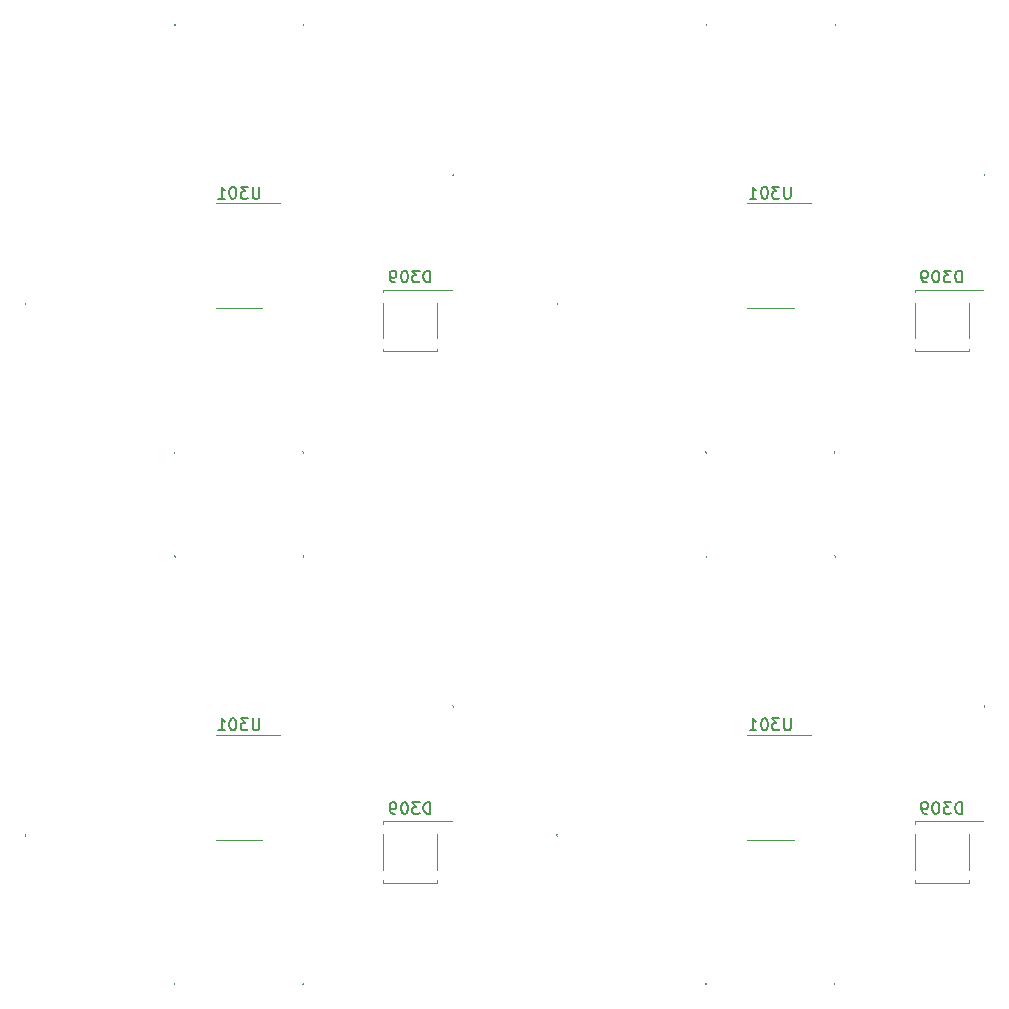
<source format=gbr>
%TF.GenerationSoftware,KiCad,Pcbnew,7.0.1*%
%TF.CreationDate,2023-09-10T14:17:04+09:00*%
%TF.ProjectId,logic_block,6c6f6769-635f-4626-9c6f-636b2e6b6963,rev?*%
%TF.SameCoordinates,Original*%
%TF.FileFunction,Legend,Bot*%
%TF.FilePolarity,Positive*%
%FSLAX46Y46*%
G04 Gerber Fmt 4.6, Leading zero omitted, Abs format (unit mm)*
G04 Created by KiCad (PCBNEW 7.0.1) date 2023-09-10 14:17:04*
%MOMM*%
%LPD*%
G01*
G04 APERTURE LIST*
%ADD10C,0.150000*%
%ADD11C,0.100000*%
%ADD12C,0.120000*%
G04 APERTURE END LIST*
D10*
%TO.C,D309*%
X175465475Y-71302619D02*
X175465475Y-70302619D01*
X175465475Y-70302619D02*
X175227380Y-70302619D01*
X175227380Y-70302619D02*
X175084523Y-70350238D01*
X175084523Y-70350238D02*
X174989285Y-70445476D01*
X174989285Y-70445476D02*
X174941666Y-70540714D01*
X174941666Y-70540714D02*
X174894047Y-70731190D01*
X174894047Y-70731190D02*
X174894047Y-70874047D01*
X174894047Y-70874047D02*
X174941666Y-71064523D01*
X174941666Y-71064523D02*
X174989285Y-71159761D01*
X174989285Y-71159761D02*
X175084523Y-71255000D01*
X175084523Y-71255000D02*
X175227380Y-71302619D01*
X175227380Y-71302619D02*
X175465475Y-71302619D01*
X174560713Y-70302619D02*
X173941666Y-70302619D01*
X173941666Y-70302619D02*
X174274999Y-70683571D01*
X174274999Y-70683571D02*
X174132142Y-70683571D01*
X174132142Y-70683571D02*
X174036904Y-70731190D01*
X174036904Y-70731190D02*
X173989285Y-70778809D01*
X173989285Y-70778809D02*
X173941666Y-70874047D01*
X173941666Y-70874047D02*
X173941666Y-71112142D01*
X173941666Y-71112142D02*
X173989285Y-71207380D01*
X173989285Y-71207380D02*
X174036904Y-71255000D01*
X174036904Y-71255000D02*
X174132142Y-71302619D01*
X174132142Y-71302619D02*
X174417856Y-71302619D01*
X174417856Y-71302619D02*
X174513094Y-71255000D01*
X174513094Y-71255000D02*
X174560713Y-71207380D01*
X173322618Y-70302619D02*
X173227380Y-70302619D01*
X173227380Y-70302619D02*
X173132142Y-70350238D01*
X173132142Y-70350238D02*
X173084523Y-70397857D01*
X173084523Y-70397857D02*
X173036904Y-70493095D01*
X173036904Y-70493095D02*
X172989285Y-70683571D01*
X172989285Y-70683571D02*
X172989285Y-70921666D01*
X172989285Y-70921666D02*
X173036904Y-71112142D01*
X173036904Y-71112142D02*
X173084523Y-71207380D01*
X173084523Y-71207380D02*
X173132142Y-71255000D01*
X173132142Y-71255000D02*
X173227380Y-71302619D01*
X173227380Y-71302619D02*
X173322618Y-71302619D01*
X173322618Y-71302619D02*
X173417856Y-71255000D01*
X173417856Y-71255000D02*
X173465475Y-71207380D01*
X173465475Y-71207380D02*
X173513094Y-71112142D01*
X173513094Y-71112142D02*
X173560713Y-70921666D01*
X173560713Y-70921666D02*
X173560713Y-70683571D01*
X173560713Y-70683571D02*
X173513094Y-70493095D01*
X173513094Y-70493095D02*
X173465475Y-70397857D01*
X173465475Y-70397857D02*
X173417856Y-70350238D01*
X173417856Y-70350238D02*
X173322618Y-70302619D01*
X172513094Y-71302619D02*
X172322618Y-71302619D01*
X172322618Y-71302619D02*
X172227380Y-71255000D01*
X172227380Y-71255000D02*
X172179761Y-71207380D01*
X172179761Y-71207380D02*
X172084523Y-71064523D01*
X172084523Y-71064523D02*
X172036904Y-70874047D01*
X172036904Y-70874047D02*
X172036904Y-70493095D01*
X172036904Y-70493095D02*
X172084523Y-70397857D01*
X172084523Y-70397857D02*
X172132142Y-70350238D01*
X172132142Y-70350238D02*
X172227380Y-70302619D01*
X172227380Y-70302619D02*
X172417856Y-70302619D01*
X172417856Y-70302619D02*
X172513094Y-70350238D01*
X172513094Y-70350238D02*
X172560713Y-70397857D01*
X172560713Y-70397857D02*
X172608332Y-70493095D01*
X172608332Y-70493095D02*
X172608332Y-70731190D01*
X172608332Y-70731190D02*
X172560713Y-70826428D01*
X172560713Y-70826428D02*
X172513094Y-70874047D01*
X172513094Y-70874047D02*
X172417856Y-70921666D01*
X172417856Y-70921666D02*
X172227380Y-70921666D01*
X172227380Y-70921666D02*
X172132142Y-70874047D01*
X172132142Y-70874047D02*
X172084523Y-70826428D01*
X172084523Y-70826428D02*
X172036904Y-70731190D01*
%TO.C,U301*%
X160989285Y-63222619D02*
X160989285Y-64032142D01*
X160989285Y-64032142D02*
X160941666Y-64127380D01*
X160941666Y-64127380D02*
X160894047Y-64175000D01*
X160894047Y-64175000D02*
X160798809Y-64222619D01*
X160798809Y-64222619D02*
X160608333Y-64222619D01*
X160608333Y-64222619D02*
X160513095Y-64175000D01*
X160513095Y-64175000D02*
X160465476Y-64127380D01*
X160465476Y-64127380D02*
X160417857Y-64032142D01*
X160417857Y-64032142D02*
X160417857Y-63222619D01*
X160036904Y-63222619D02*
X159417857Y-63222619D01*
X159417857Y-63222619D02*
X159751190Y-63603571D01*
X159751190Y-63603571D02*
X159608333Y-63603571D01*
X159608333Y-63603571D02*
X159513095Y-63651190D01*
X159513095Y-63651190D02*
X159465476Y-63698809D01*
X159465476Y-63698809D02*
X159417857Y-63794047D01*
X159417857Y-63794047D02*
X159417857Y-64032142D01*
X159417857Y-64032142D02*
X159465476Y-64127380D01*
X159465476Y-64127380D02*
X159513095Y-64175000D01*
X159513095Y-64175000D02*
X159608333Y-64222619D01*
X159608333Y-64222619D02*
X159894047Y-64222619D01*
X159894047Y-64222619D02*
X159989285Y-64175000D01*
X159989285Y-64175000D02*
X160036904Y-64127380D01*
X158798809Y-63222619D02*
X158703571Y-63222619D01*
X158703571Y-63222619D02*
X158608333Y-63270238D01*
X158608333Y-63270238D02*
X158560714Y-63317857D01*
X158560714Y-63317857D02*
X158513095Y-63413095D01*
X158513095Y-63413095D02*
X158465476Y-63603571D01*
X158465476Y-63603571D02*
X158465476Y-63841666D01*
X158465476Y-63841666D02*
X158513095Y-64032142D01*
X158513095Y-64032142D02*
X158560714Y-64127380D01*
X158560714Y-64127380D02*
X158608333Y-64175000D01*
X158608333Y-64175000D02*
X158703571Y-64222619D01*
X158703571Y-64222619D02*
X158798809Y-64222619D01*
X158798809Y-64222619D02*
X158894047Y-64175000D01*
X158894047Y-64175000D02*
X158941666Y-64127380D01*
X158941666Y-64127380D02*
X158989285Y-64032142D01*
X158989285Y-64032142D02*
X159036904Y-63841666D01*
X159036904Y-63841666D02*
X159036904Y-63603571D01*
X159036904Y-63603571D02*
X158989285Y-63413095D01*
X158989285Y-63413095D02*
X158941666Y-63317857D01*
X158941666Y-63317857D02*
X158894047Y-63270238D01*
X158894047Y-63270238D02*
X158798809Y-63222619D01*
X157513095Y-64222619D02*
X158084523Y-64222619D01*
X157798809Y-64222619D02*
X157798809Y-63222619D01*
X157798809Y-63222619D02*
X157894047Y-63365476D01*
X157894047Y-63365476D02*
X157989285Y-63460714D01*
X157989285Y-63460714D02*
X158084523Y-63508333D01*
%TO.C,D309*%
X175465475Y-116302619D02*
X175465475Y-115302619D01*
X175465475Y-115302619D02*
X175227380Y-115302619D01*
X175227380Y-115302619D02*
X175084523Y-115350238D01*
X175084523Y-115350238D02*
X174989285Y-115445476D01*
X174989285Y-115445476D02*
X174941666Y-115540714D01*
X174941666Y-115540714D02*
X174894047Y-115731190D01*
X174894047Y-115731190D02*
X174894047Y-115874047D01*
X174894047Y-115874047D02*
X174941666Y-116064523D01*
X174941666Y-116064523D02*
X174989285Y-116159761D01*
X174989285Y-116159761D02*
X175084523Y-116255000D01*
X175084523Y-116255000D02*
X175227380Y-116302619D01*
X175227380Y-116302619D02*
X175465475Y-116302619D01*
X174560713Y-115302619D02*
X173941666Y-115302619D01*
X173941666Y-115302619D02*
X174274999Y-115683571D01*
X174274999Y-115683571D02*
X174132142Y-115683571D01*
X174132142Y-115683571D02*
X174036904Y-115731190D01*
X174036904Y-115731190D02*
X173989285Y-115778809D01*
X173989285Y-115778809D02*
X173941666Y-115874047D01*
X173941666Y-115874047D02*
X173941666Y-116112142D01*
X173941666Y-116112142D02*
X173989285Y-116207380D01*
X173989285Y-116207380D02*
X174036904Y-116255000D01*
X174036904Y-116255000D02*
X174132142Y-116302619D01*
X174132142Y-116302619D02*
X174417856Y-116302619D01*
X174417856Y-116302619D02*
X174513094Y-116255000D01*
X174513094Y-116255000D02*
X174560713Y-116207380D01*
X173322618Y-115302619D02*
X173227380Y-115302619D01*
X173227380Y-115302619D02*
X173132142Y-115350238D01*
X173132142Y-115350238D02*
X173084523Y-115397857D01*
X173084523Y-115397857D02*
X173036904Y-115493095D01*
X173036904Y-115493095D02*
X172989285Y-115683571D01*
X172989285Y-115683571D02*
X172989285Y-115921666D01*
X172989285Y-115921666D02*
X173036904Y-116112142D01*
X173036904Y-116112142D02*
X173084523Y-116207380D01*
X173084523Y-116207380D02*
X173132142Y-116255000D01*
X173132142Y-116255000D02*
X173227380Y-116302619D01*
X173227380Y-116302619D02*
X173322618Y-116302619D01*
X173322618Y-116302619D02*
X173417856Y-116255000D01*
X173417856Y-116255000D02*
X173465475Y-116207380D01*
X173465475Y-116207380D02*
X173513094Y-116112142D01*
X173513094Y-116112142D02*
X173560713Y-115921666D01*
X173560713Y-115921666D02*
X173560713Y-115683571D01*
X173560713Y-115683571D02*
X173513094Y-115493095D01*
X173513094Y-115493095D02*
X173465475Y-115397857D01*
X173465475Y-115397857D02*
X173417856Y-115350238D01*
X173417856Y-115350238D02*
X173322618Y-115302619D01*
X172513094Y-116302619D02*
X172322618Y-116302619D01*
X172322618Y-116302619D02*
X172227380Y-116255000D01*
X172227380Y-116255000D02*
X172179761Y-116207380D01*
X172179761Y-116207380D02*
X172084523Y-116064523D01*
X172084523Y-116064523D02*
X172036904Y-115874047D01*
X172036904Y-115874047D02*
X172036904Y-115493095D01*
X172036904Y-115493095D02*
X172084523Y-115397857D01*
X172084523Y-115397857D02*
X172132142Y-115350238D01*
X172132142Y-115350238D02*
X172227380Y-115302619D01*
X172227380Y-115302619D02*
X172417856Y-115302619D01*
X172417856Y-115302619D02*
X172513094Y-115350238D01*
X172513094Y-115350238D02*
X172560713Y-115397857D01*
X172560713Y-115397857D02*
X172608332Y-115493095D01*
X172608332Y-115493095D02*
X172608332Y-115731190D01*
X172608332Y-115731190D02*
X172560713Y-115826428D01*
X172560713Y-115826428D02*
X172513094Y-115874047D01*
X172513094Y-115874047D02*
X172417856Y-115921666D01*
X172417856Y-115921666D02*
X172227380Y-115921666D01*
X172227380Y-115921666D02*
X172132142Y-115874047D01*
X172132142Y-115874047D02*
X172084523Y-115826428D01*
X172084523Y-115826428D02*
X172036904Y-115731190D01*
%TO.C,U301*%
X160989285Y-108222619D02*
X160989285Y-109032142D01*
X160989285Y-109032142D02*
X160941666Y-109127380D01*
X160941666Y-109127380D02*
X160894047Y-109175000D01*
X160894047Y-109175000D02*
X160798809Y-109222619D01*
X160798809Y-109222619D02*
X160608333Y-109222619D01*
X160608333Y-109222619D02*
X160513095Y-109175000D01*
X160513095Y-109175000D02*
X160465476Y-109127380D01*
X160465476Y-109127380D02*
X160417857Y-109032142D01*
X160417857Y-109032142D02*
X160417857Y-108222619D01*
X160036904Y-108222619D02*
X159417857Y-108222619D01*
X159417857Y-108222619D02*
X159751190Y-108603571D01*
X159751190Y-108603571D02*
X159608333Y-108603571D01*
X159608333Y-108603571D02*
X159513095Y-108651190D01*
X159513095Y-108651190D02*
X159465476Y-108698809D01*
X159465476Y-108698809D02*
X159417857Y-108794047D01*
X159417857Y-108794047D02*
X159417857Y-109032142D01*
X159417857Y-109032142D02*
X159465476Y-109127380D01*
X159465476Y-109127380D02*
X159513095Y-109175000D01*
X159513095Y-109175000D02*
X159608333Y-109222619D01*
X159608333Y-109222619D02*
X159894047Y-109222619D01*
X159894047Y-109222619D02*
X159989285Y-109175000D01*
X159989285Y-109175000D02*
X160036904Y-109127380D01*
X158798809Y-108222619D02*
X158703571Y-108222619D01*
X158703571Y-108222619D02*
X158608333Y-108270238D01*
X158608333Y-108270238D02*
X158560714Y-108317857D01*
X158560714Y-108317857D02*
X158513095Y-108413095D01*
X158513095Y-108413095D02*
X158465476Y-108603571D01*
X158465476Y-108603571D02*
X158465476Y-108841666D01*
X158465476Y-108841666D02*
X158513095Y-109032142D01*
X158513095Y-109032142D02*
X158560714Y-109127380D01*
X158560714Y-109127380D02*
X158608333Y-109175000D01*
X158608333Y-109175000D02*
X158703571Y-109222619D01*
X158703571Y-109222619D02*
X158798809Y-109222619D01*
X158798809Y-109222619D02*
X158894047Y-109175000D01*
X158894047Y-109175000D02*
X158941666Y-109127380D01*
X158941666Y-109127380D02*
X158989285Y-109032142D01*
X158989285Y-109032142D02*
X159036904Y-108841666D01*
X159036904Y-108841666D02*
X159036904Y-108603571D01*
X159036904Y-108603571D02*
X158989285Y-108413095D01*
X158989285Y-108413095D02*
X158941666Y-108317857D01*
X158941666Y-108317857D02*
X158894047Y-108270238D01*
X158894047Y-108270238D02*
X158798809Y-108222619D01*
X157513095Y-109222619D02*
X158084523Y-109222619D01*
X157798809Y-109222619D02*
X157798809Y-108222619D01*
X157798809Y-108222619D02*
X157894047Y-108365476D01*
X157894047Y-108365476D02*
X157989285Y-108460714D01*
X157989285Y-108460714D02*
X158084523Y-108508333D01*
%TO.C,D309*%
X130465475Y-116302619D02*
X130465475Y-115302619D01*
X130465475Y-115302619D02*
X130227380Y-115302619D01*
X130227380Y-115302619D02*
X130084523Y-115350238D01*
X130084523Y-115350238D02*
X129989285Y-115445476D01*
X129989285Y-115445476D02*
X129941666Y-115540714D01*
X129941666Y-115540714D02*
X129894047Y-115731190D01*
X129894047Y-115731190D02*
X129894047Y-115874047D01*
X129894047Y-115874047D02*
X129941666Y-116064523D01*
X129941666Y-116064523D02*
X129989285Y-116159761D01*
X129989285Y-116159761D02*
X130084523Y-116255000D01*
X130084523Y-116255000D02*
X130227380Y-116302619D01*
X130227380Y-116302619D02*
X130465475Y-116302619D01*
X129560713Y-115302619D02*
X128941666Y-115302619D01*
X128941666Y-115302619D02*
X129274999Y-115683571D01*
X129274999Y-115683571D02*
X129132142Y-115683571D01*
X129132142Y-115683571D02*
X129036904Y-115731190D01*
X129036904Y-115731190D02*
X128989285Y-115778809D01*
X128989285Y-115778809D02*
X128941666Y-115874047D01*
X128941666Y-115874047D02*
X128941666Y-116112142D01*
X128941666Y-116112142D02*
X128989285Y-116207380D01*
X128989285Y-116207380D02*
X129036904Y-116255000D01*
X129036904Y-116255000D02*
X129132142Y-116302619D01*
X129132142Y-116302619D02*
X129417856Y-116302619D01*
X129417856Y-116302619D02*
X129513094Y-116255000D01*
X129513094Y-116255000D02*
X129560713Y-116207380D01*
X128322618Y-115302619D02*
X128227380Y-115302619D01*
X128227380Y-115302619D02*
X128132142Y-115350238D01*
X128132142Y-115350238D02*
X128084523Y-115397857D01*
X128084523Y-115397857D02*
X128036904Y-115493095D01*
X128036904Y-115493095D02*
X127989285Y-115683571D01*
X127989285Y-115683571D02*
X127989285Y-115921666D01*
X127989285Y-115921666D02*
X128036904Y-116112142D01*
X128036904Y-116112142D02*
X128084523Y-116207380D01*
X128084523Y-116207380D02*
X128132142Y-116255000D01*
X128132142Y-116255000D02*
X128227380Y-116302619D01*
X128227380Y-116302619D02*
X128322618Y-116302619D01*
X128322618Y-116302619D02*
X128417856Y-116255000D01*
X128417856Y-116255000D02*
X128465475Y-116207380D01*
X128465475Y-116207380D02*
X128513094Y-116112142D01*
X128513094Y-116112142D02*
X128560713Y-115921666D01*
X128560713Y-115921666D02*
X128560713Y-115683571D01*
X128560713Y-115683571D02*
X128513094Y-115493095D01*
X128513094Y-115493095D02*
X128465475Y-115397857D01*
X128465475Y-115397857D02*
X128417856Y-115350238D01*
X128417856Y-115350238D02*
X128322618Y-115302619D01*
X127513094Y-116302619D02*
X127322618Y-116302619D01*
X127322618Y-116302619D02*
X127227380Y-116255000D01*
X127227380Y-116255000D02*
X127179761Y-116207380D01*
X127179761Y-116207380D02*
X127084523Y-116064523D01*
X127084523Y-116064523D02*
X127036904Y-115874047D01*
X127036904Y-115874047D02*
X127036904Y-115493095D01*
X127036904Y-115493095D02*
X127084523Y-115397857D01*
X127084523Y-115397857D02*
X127132142Y-115350238D01*
X127132142Y-115350238D02*
X127227380Y-115302619D01*
X127227380Y-115302619D02*
X127417856Y-115302619D01*
X127417856Y-115302619D02*
X127513094Y-115350238D01*
X127513094Y-115350238D02*
X127560713Y-115397857D01*
X127560713Y-115397857D02*
X127608332Y-115493095D01*
X127608332Y-115493095D02*
X127608332Y-115731190D01*
X127608332Y-115731190D02*
X127560713Y-115826428D01*
X127560713Y-115826428D02*
X127513094Y-115874047D01*
X127513094Y-115874047D02*
X127417856Y-115921666D01*
X127417856Y-115921666D02*
X127227380Y-115921666D01*
X127227380Y-115921666D02*
X127132142Y-115874047D01*
X127132142Y-115874047D02*
X127084523Y-115826428D01*
X127084523Y-115826428D02*
X127036904Y-115731190D01*
%TO.C,U301*%
X115989285Y-108222619D02*
X115989285Y-109032142D01*
X115989285Y-109032142D02*
X115941666Y-109127380D01*
X115941666Y-109127380D02*
X115894047Y-109175000D01*
X115894047Y-109175000D02*
X115798809Y-109222619D01*
X115798809Y-109222619D02*
X115608333Y-109222619D01*
X115608333Y-109222619D02*
X115513095Y-109175000D01*
X115513095Y-109175000D02*
X115465476Y-109127380D01*
X115465476Y-109127380D02*
X115417857Y-109032142D01*
X115417857Y-109032142D02*
X115417857Y-108222619D01*
X115036904Y-108222619D02*
X114417857Y-108222619D01*
X114417857Y-108222619D02*
X114751190Y-108603571D01*
X114751190Y-108603571D02*
X114608333Y-108603571D01*
X114608333Y-108603571D02*
X114513095Y-108651190D01*
X114513095Y-108651190D02*
X114465476Y-108698809D01*
X114465476Y-108698809D02*
X114417857Y-108794047D01*
X114417857Y-108794047D02*
X114417857Y-109032142D01*
X114417857Y-109032142D02*
X114465476Y-109127380D01*
X114465476Y-109127380D02*
X114513095Y-109175000D01*
X114513095Y-109175000D02*
X114608333Y-109222619D01*
X114608333Y-109222619D02*
X114894047Y-109222619D01*
X114894047Y-109222619D02*
X114989285Y-109175000D01*
X114989285Y-109175000D02*
X115036904Y-109127380D01*
X113798809Y-108222619D02*
X113703571Y-108222619D01*
X113703571Y-108222619D02*
X113608333Y-108270238D01*
X113608333Y-108270238D02*
X113560714Y-108317857D01*
X113560714Y-108317857D02*
X113513095Y-108413095D01*
X113513095Y-108413095D02*
X113465476Y-108603571D01*
X113465476Y-108603571D02*
X113465476Y-108841666D01*
X113465476Y-108841666D02*
X113513095Y-109032142D01*
X113513095Y-109032142D02*
X113560714Y-109127380D01*
X113560714Y-109127380D02*
X113608333Y-109175000D01*
X113608333Y-109175000D02*
X113703571Y-109222619D01*
X113703571Y-109222619D02*
X113798809Y-109222619D01*
X113798809Y-109222619D02*
X113894047Y-109175000D01*
X113894047Y-109175000D02*
X113941666Y-109127380D01*
X113941666Y-109127380D02*
X113989285Y-109032142D01*
X113989285Y-109032142D02*
X114036904Y-108841666D01*
X114036904Y-108841666D02*
X114036904Y-108603571D01*
X114036904Y-108603571D02*
X113989285Y-108413095D01*
X113989285Y-108413095D02*
X113941666Y-108317857D01*
X113941666Y-108317857D02*
X113894047Y-108270238D01*
X113894047Y-108270238D02*
X113798809Y-108222619D01*
X112513095Y-109222619D02*
X113084523Y-109222619D01*
X112798809Y-109222619D02*
X112798809Y-108222619D01*
X112798809Y-108222619D02*
X112894047Y-108365476D01*
X112894047Y-108365476D02*
X112989285Y-108460714D01*
X112989285Y-108460714D02*
X113084523Y-108508333D01*
%TO.C,D309*%
X130465475Y-71302619D02*
X130465475Y-70302619D01*
X130465475Y-70302619D02*
X130227380Y-70302619D01*
X130227380Y-70302619D02*
X130084523Y-70350238D01*
X130084523Y-70350238D02*
X129989285Y-70445476D01*
X129989285Y-70445476D02*
X129941666Y-70540714D01*
X129941666Y-70540714D02*
X129894047Y-70731190D01*
X129894047Y-70731190D02*
X129894047Y-70874047D01*
X129894047Y-70874047D02*
X129941666Y-71064523D01*
X129941666Y-71064523D02*
X129989285Y-71159761D01*
X129989285Y-71159761D02*
X130084523Y-71255000D01*
X130084523Y-71255000D02*
X130227380Y-71302619D01*
X130227380Y-71302619D02*
X130465475Y-71302619D01*
X129560713Y-70302619D02*
X128941666Y-70302619D01*
X128941666Y-70302619D02*
X129274999Y-70683571D01*
X129274999Y-70683571D02*
X129132142Y-70683571D01*
X129132142Y-70683571D02*
X129036904Y-70731190D01*
X129036904Y-70731190D02*
X128989285Y-70778809D01*
X128989285Y-70778809D02*
X128941666Y-70874047D01*
X128941666Y-70874047D02*
X128941666Y-71112142D01*
X128941666Y-71112142D02*
X128989285Y-71207380D01*
X128989285Y-71207380D02*
X129036904Y-71255000D01*
X129036904Y-71255000D02*
X129132142Y-71302619D01*
X129132142Y-71302619D02*
X129417856Y-71302619D01*
X129417856Y-71302619D02*
X129513094Y-71255000D01*
X129513094Y-71255000D02*
X129560713Y-71207380D01*
X128322618Y-70302619D02*
X128227380Y-70302619D01*
X128227380Y-70302619D02*
X128132142Y-70350238D01*
X128132142Y-70350238D02*
X128084523Y-70397857D01*
X128084523Y-70397857D02*
X128036904Y-70493095D01*
X128036904Y-70493095D02*
X127989285Y-70683571D01*
X127989285Y-70683571D02*
X127989285Y-70921666D01*
X127989285Y-70921666D02*
X128036904Y-71112142D01*
X128036904Y-71112142D02*
X128084523Y-71207380D01*
X128084523Y-71207380D02*
X128132142Y-71255000D01*
X128132142Y-71255000D02*
X128227380Y-71302619D01*
X128227380Y-71302619D02*
X128322618Y-71302619D01*
X128322618Y-71302619D02*
X128417856Y-71255000D01*
X128417856Y-71255000D02*
X128465475Y-71207380D01*
X128465475Y-71207380D02*
X128513094Y-71112142D01*
X128513094Y-71112142D02*
X128560713Y-70921666D01*
X128560713Y-70921666D02*
X128560713Y-70683571D01*
X128560713Y-70683571D02*
X128513094Y-70493095D01*
X128513094Y-70493095D02*
X128465475Y-70397857D01*
X128465475Y-70397857D02*
X128417856Y-70350238D01*
X128417856Y-70350238D02*
X128322618Y-70302619D01*
X127513094Y-71302619D02*
X127322618Y-71302619D01*
X127322618Y-71302619D02*
X127227380Y-71255000D01*
X127227380Y-71255000D02*
X127179761Y-71207380D01*
X127179761Y-71207380D02*
X127084523Y-71064523D01*
X127084523Y-71064523D02*
X127036904Y-70874047D01*
X127036904Y-70874047D02*
X127036904Y-70493095D01*
X127036904Y-70493095D02*
X127084523Y-70397857D01*
X127084523Y-70397857D02*
X127132142Y-70350238D01*
X127132142Y-70350238D02*
X127227380Y-70302619D01*
X127227380Y-70302619D02*
X127417856Y-70302619D01*
X127417856Y-70302619D02*
X127513094Y-70350238D01*
X127513094Y-70350238D02*
X127560713Y-70397857D01*
X127560713Y-70397857D02*
X127608332Y-70493095D01*
X127608332Y-70493095D02*
X127608332Y-70731190D01*
X127608332Y-70731190D02*
X127560713Y-70826428D01*
X127560713Y-70826428D02*
X127513094Y-70874047D01*
X127513094Y-70874047D02*
X127417856Y-70921666D01*
X127417856Y-70921666D02*
X127227380Y-70921666D01*
X127227380Y-70921666D02*
X127132142Y-70874047D01*
X127132142Y-70874047D02*
X127084523Y-70826428D01*
X127084523Y-70826428D02*
X127036904Y-70731190D01*
%TO.C,U301*%
X115989285Y-63222619D02*
X115989285Y-64032142D01*
X115989285Y-64032142D02*
X115941666Y-64127380D01*
X115941666Y-64127380D02*
X115894047Y-64175000D01*
X115894047Y-64175000D02*
X115798809Y-64222619D01*
X115798809Y-64222619D02*
X115608333Y-64222619D01*
X115608333Y-64222619D02*
X115513095Y-64175000D01*
X115513095Y-64175000D02*
X115465476Y-64127380D01*
X115465476Y-64127380D02*
X115417857Y-64032142D01*
X115417857Y-64032142D02*
X115417857Y-63222619D01*
X115036904Y-63222619D02*
X114417857Y-63222619D01*
X114417857Y-63222619D02*
X114751190Y-63603571D01*
X114751190Y-63603571D02*
X114608333Y-63603571D01*
X114608333Y-63603571D02*
X114513095Y-63651190D01*
X114513095Y-63651190D02*
X114465476Y-63698809D01*
X114465476Y-63698809D02*
X114417857Y-63794047D01*
X114417857Y-63794047D02*
X114417857Y-64032142D01*
X114417857Y-64032142D02*
X114465476Y-64127380D01*
X114465476Y-64127380D02*
X114513095Y-64175000D01*
X114513095Y-64175000D02*
X114608333Y-64222619D01*
X114608333Y-64222619D02*
X114894047Y-64222619D01*
X114894047Y-64222619D02*
X114989285Y-64175000D01*
X114989285Y-64175000D02*
X115036904Y-64127380D01*
X113798809Y-63222619D02*
X113703571Y-63222619D01*
X113703571Y-63222619D02*
X113608333Y-63270238D01*
X113608333Y-63270238D02*
X113560714Y-63317857D01*
X113560714Y-63317857D02*
X113513095Y-63413095D01*
X113513095Y-63413095D02*
X113465476Y-63603571D01*
X113465476Y-63603571D02*
X113465476Y-63841666D01*
X113465476Y-63841666D02*
X113513095Y-64032142D01*
X113513095Y-64032142D02*
X113560714Y-64127380D01*
X113560714Y-64127380D02*
X113608333Y-64175000D01*
X113608333Y-64175000D02*
X113703571Y-64222619D01*
X113703571Y-64222619D02*
X113798809Y-64222619D01*
X113798809Y-64222619D02*
X113894047Y-64175000D01*
X113894047Y-64175000D02*
X113941666Y-64127380D01*
X113941666Y-64127380D02*
X113989285Y-64032142D01*
X113989285Y-64032142D02*
X114036904Y-63841666D01*
X114036904Y-63841666D02*
X114036904Y-63603571D01*
X114036904Y-63603571D02*
X113989285Y-63413095D01*
X113989285Y-63413095D02*
X113941666Y-63317857D01*
X113941666Y-63317857D02*
X113894047Y-63270238D01*
X113894047Y-63270238D02*
X113798809Y-63222619D01*
X112513095Y-64222619D02*
X113084523Y-64222619D01*
X112798809Y-64222619D02*
X112798809Y-63222619D01*
X112798809Y-63222619D02*
X112894047Y-63365476D01*
X112894047Y-63365476D02*
X112989285Y-63460714D01*
X112989285Y-63460714D02*
X113084523Y-63508333D01*
D11*
%TO.C,J305*%
X164725000Y-49540000D02*
X164725000Y-49540000D01*
X164725000Y-49440000D02*
X164725000Y-49440000D01*
X164725000Y-49440000D02*
G75*
G03*
X164725000Y-49540000I0J-50000D01*
G01*
X164725000Y-49540000D02*
G75*
G03*
X164725000Y-49440000I0J50000D01*
G01*
%TO.C,J306*%
X153775000Y-85740000D02*
X153775000Y-85740000D01*
X153775000Y-85640000D02*
X153775000Y-85640000D01*
X153775000Y-85640000D02*
G75*
G03*
X153775000Y-85740000I0J-50000D01*
G01*
X153775000Y-85740000D02*
G75*
G03*
X153775000Y-85640000I0J50000D01*
G01*
%TO.C,J303*%
X164675000Y-85740000D02*
X164675000Y-85740000D01*
X164675000Y-85640000D02*
X164675000Y-85640000D01*
X164675000Y-85640000D02*
G75*
G03*
X164675000Y-85740000I0J-50000D01*
G01*
X164675000Y-85740000D02*
G75*
G03*
X164675000Y-85640000I0J50000D01*
G01*
%TO.C,J301*%
X153825000Y-49540000D02*
X153825000Y-49540000D01*
X153825000Y-49440000D02*
X153825000Y-49440000D01*
X153825000Y-49440000D02*
G75*
G03*
X153825000Y-49540000I0J-50000D01*
G01*
X153825000Y-49540000D02*
G75*
G03*
X153825000Y-49440000I0J50000D01*
G01*
%TO.C,J304*%
X141175000Y-73140000D02*
X141175000Y-73140000D01*
X141175000Y-73040000D02*
X141175000Y-73040000D01*
X141175000Y-73040000D02*
G75*
G03*
X141175000Y-73140000I0J-50000D01*
G01*
X141175000Y-73140000D02*
G75*
G03*
X141175000Y-73040000I0J50000D01*
G01*
D12*
%TO.C,D309*%
X176075000Y-77140000D02*
X176075000Y-76940000D01*
X176075000Y-76040000D02*
X176075000Y-73040000D01*
X171475000Y-77140000D02*
X176075000Y-77140000D01*
X171475000Y-76940000D02*
X171475000Y-77140000D01*
X171475000Y-73040000D02*
X171475000Y-76040000D01*
X171475000Y-72140000D02*
X171475000Y-71940000D01*
X171475000Y-71940000D02*
X177275000Y-71940000D01*
D11*
%TO.C,J302*%
X177375000Y-62240000D02*
X177375000Y-62240000D01*
X177375000Y-62140000D02*
X177375000Y-62140000D01*
X177375000Y-62140000D02*
G75*
G03*
X177375000Y-62240000I0J-50000D01*
G01*
X177375000Y-62240000D02*
G75*
G03*
X177375000Y-62140000I0J50000D01*
G01*
D12*
%TO.C,U301*%
X159275000Y-73475000D02*
X161225000Y-73475000D01*
X159275000Y-73475000D02*
X157325000Y-73475000D01*
X159275000Y-64605000D02*
X162725000Y-64605000D01*
X159275000Y-64605000D02*
X157325000Y-64605000D01*
D11*
%TO.C,J305*%
X164725000Y-94540000D02*
X164725000Y-94540000D01*
X164725000Y-94440000D02*
X164725000Y-94440000D01*
X164725000Y-94440000D02*
G75*
G03*
X164725000Y-94540000I0J-50000D01*
G01*
X164725000Y-94540000D02*
G75*
G03*
X164725000Y-94440000I0J50000D01*
G01*
%TO.C,J306*%
X153775000Y-130740000D02*
X153775000Y-130740000D01*
X153775000Y-130640000D02*
X153775000Y-130640000D01*
X153775000Y-130640000D02*
G75*
G03*
X153775000Y-130740000I0J-50000D01*
G01*
X153775000Y-130740000D02*
G75*
G03*
X153775000Y-130640000I0J50000D01*
G01*
%TO.C,J303*%
X164675000Y-130740000D02*
X164675000Y-130740000D01*
X164675000Y-130640000D02*
X164675000Y-130640000D01*
X164675000Y-130640000D02*
G75*
G03*
X164675000Y-130740000I0J-50000D01*
G01*
X164675000Y-130740000D02*
G75*
G03*
X164675000Y-130640000I0J50000D01*
G01*
%TO.C,J301*%
X153825000Y-94540000D02*
X153825000Y-94540000D01*
X153825000Y-94440000D02*
X153825000Y-94440000D01*
X153825000Y-94440000D02*
G75*
G03*
X153825000Y-94540000I0J-50000D01*
G01*
X153825000Y-94540000D02*
G75*
G03*
X153825000Y-94440000I0J50000D01*
G01*
%TO.C,J304*%
X141175000Y-118140000D02*
X141175000Y-118140000D01*
X141175000Y-118040000D02*
X141175000Y-118040000D01*
X141175000Y-118040000D02*
G75*
G03*
X141175000Y-118140000I0J-50000D01*
G01*
X141175000Y-118140000D02*
G75*
G03*
X141175000Y-118040000I0J50000D01*
G01*
D12*
%TO.C,D309*%
X176075000Y-122140000D02*
X176075000Y-121940000D01*
X176075000Y-121040000D02*
X176075000Y-118040000D01*
X171475000Y-122140000D02*
X176075000Y-122140000D01*
X171475000Y-121940000D02*
X171475000Y-122140000D01*
X171475000Y-118040000D02*
X171475000Y-121040000D01*
X171475000Y-117140000D02*
X171475000Y-116940000D01*
X171475000Y-116940000D02*
X177275000Y-116940000D01*
D11*
%TO.C,J302*%
X177375000Y-107240000D02*
X177375000Y-107240000D01*
X177375000Y-107140000D02*
X177375000Y-107140000D01*
X177375000Y-107140000D02*
G75*
G03*
X177375000Y-107240000I0J-50000D01*
G01*
X177375000Y-107240000D02*
G75*
G03*
X177375000Y-107140000I0J50000D01*
G01*
D12*
%TO.C,U301*%
X159275000Y-118475000D02*
X161225000Y-118475000D01*
X159275000Y-118475000D02*
X157325000Y-118475000D01*
X159275000Y-109605000D02*
X162725000Y-109605000D01*
X159275000Y-109605000D02*
X157325000Y-109605000D01*
D11*
%TO.C,J305*%
X119725000Y-94540000D02*
X119725000Y-94540000D01*
X119725000Y-94440000D02*
X119725000Y-94440000D01*
X119725000Y-94440000D02*
G75*
G03*
X119725000Y-94540000I0J-50000D01*
G01*
X119725000Y-94540000D02*
G75*
G03*
X119725000Y-94440000I0J50000D01*
G01*
%TO.C,J306*%
X108775000Y-130740000D02*
X108775000Y-130740000D01*
X108775000Y-130640000D02*
X108775000Y-130640000D01*
X108775000Y-130640000D02*
G75*
G03*
X108775000Y-130740000I0J-50000D01*
G01*
X108775000Y-130740000D02*
G75*
G03*
X108775000Y-130640000I0J50000D01*
G01*
%TO.C,J303*%
X119675000Y-130740000D02*
X119675000Y-130740000D01*
X119675000Y-130640000D02*
X119675000Y-130640000D01*
X119675000Y-130640000D02*
G75*
G03*
X119675000Y-130740000I0J-50000D01*
G01*
X119675000Y-130740000D02*
G75*
G03*
X119675000Y-130640000I0J50000D01*
G01*
%TO.C,J301*%
X108825000Y-94540000D02*
X108825000Y-94540000D01*
X108825000Y-94440000D02*
X108825000Y-94440000D01*
X108825000Y-94440000D02*
G75*
G03*
X108825000Y-94540000I0J-50000D01*
G01*
X108825000Y-94540000D02*
G75*
G03*
X108825000Y-94440000I0J50000D01*
G01*
%TO.C,J304*%
X96175000Y-118140000D02*
X96175000Y-118140000D01*
X96175000Y-118040000D02*
X96175000Y-118040000D01*
X96175000Y-118040000D02*
G75*
G03*
X96175000Y-118140000I0J-50000D01*
G01*
X96175000Y-118140000D02*
G75*
G03*
X96175000Y-118040000I0J50000D01*
G01*
D12*
%TO.C,D309*%
X131075000Y-122140000D02*
X131075000Y-121940000D01*
X131075000Y-121040000D02*
X131075000Y-118040000D01*
X126475000Y-122140000D02*
X131075000Y-122140000D01*
X126475000Y-121940000D02*
X126475000Y-122140000D01*
X126475000Y-118040000D02*
X126475000Y-121040000D01*
X126475000Y-117140000D02*
X126475000Y-116940000D01*
X126475000Y-116940000D02*
X132275000Y-116940000D01*
D11*
%TO.C,J302*%
X132375000Y-107240000D02*
X132375000Y-107240000D01*
X132375000Y-107140000D02*
X132375000Y-107140000D01*
X132375000Y-107140000D02*
G75*
G03*
X132375000Y-107240000I0J-50000D01*
G01*
X132375000Y-107240000D02*
G75*
G03*
X132375000Y-107140000I0J50000D01*
G01*
D12*
%TO.C,U301*%
X114275000Y-118475000D02*
X116225000Y-118475000D01*
X114275000Y-118475000D02*
X112325000Y-118475000D01*
X114275000Y-109605000D02*
X117725000Y-109605000D01*
X114275000Y-109605000D02*
X112325000Y-109605000D01*
D11*
%TO.C,J305*%
X119725000Y-49540000D02*
X119725000Y-49540000D01*
X119725000Y-49440000D02*
X119725000Y-49440000D01*
X119725000Y-49440000D02*
G75*
G03*
X119725000Y-49540000I0J-50000D01*
G01*
X119725000Y-49540000D02*
G75*
G03*
X119725000Y-49440000I0J50000D01*
G01*
%TO.C,J306*%
X108775000Y-85740000D02*
X108775000Y-85740000D01*
X108775000Y-85640000D02*
X108775000Y-85640000D01*
X108775000Y-85640000D02*
G75*
G03*
X108775000Y-85740000I0J-50000D01*
G01*
X108775000Y-85740000D02*
G75*
G03*
X108775000Y-85640000I0J50000D01*
G01*
%TO.C,J303*%
X119675000Y-85740000D02*
X119675000Y-85740000D01*
X119675000Y-85640000D02*
X119675000Y-85640000D01*
X119675000Y-85640000D02*
G75*
G03*
X119675000Y-85740000I0J-50000D01*
G01*
X119675000Y-85740000D02*
G75*
G03*
X119675000Y-85640000I0J50000D01*
G01*
%TO.C,J301*%
X108825000Y-49540000D02*
X108825000Y-49540000D01*
X108825000Y-49440000D02*
X108825000Y-49440000D01*
X108825000Y-49440000D02*
G75*
G03*
X108825000Y-49540000I0J-50000D01*
G01*
X108825000Y-49540000D02*
G75*
G03*
X108825000Y-49440000I0J50000D01*
G01*
%TO.C,J304*%
X96175000Y-73140000D02*
X96175000Y-73140000D01*
X96175000Y-73040000D02*
X96175000Y-73040000D01*
X96175000Y-73040000D02*
G75*
G03*
X96175000Y-73140000I0J-50000D01*
G01*
X96175000Y-73140000D02*
G75*
G03*
X96175000Y-73040000I0J50000D01*
G01*
D12*
%TO.C,D309*%
X131075000Y-77140000D02*
X131075000Y-76940000D01*
X131075000Y-76040000D02*
X131075000Y-73040000D01*
X126475000Y-77140000D02*
X131075000Y-77140000D01*
X126475000Y-76940000D02*
X126475000Y-77140000D01*
X126475000Y-73040000D02*
X126475000Y-76040000D01*
X126475000Y-72140000D02*
X126475000Y-71940000D01*
X126475000Y-71940000D02*
X132275000Y-71940000D01*
D11*
%TO.C,J302*%
X132375000Y-62240000D02*
X132375000Y-62240000D01*
X132375000Y-62140000D02*
X132375000Y-62140000D01*
X132375000Y-62140000D02*
G75*
G03*
X132375000Y-62240000I0J-50000D01*
G01*
X132375000Y-62240000D02*
G75*
G03*
X132375000Y-62140000I0J50000D01*
G01*
D12*
%TO.C,U301*%
X114275000Y-73475000D02*
X116225000Y-73475000D01*
X114275000Y-73475000D02*
X112325000Y-73475000D01*
X114275000Y-64605000D02*
X117725000Y-64605000D01*
X114275000Y-64605000D02*
X112325000Y-64605000D01*
%TD*%
M02*

</source>
